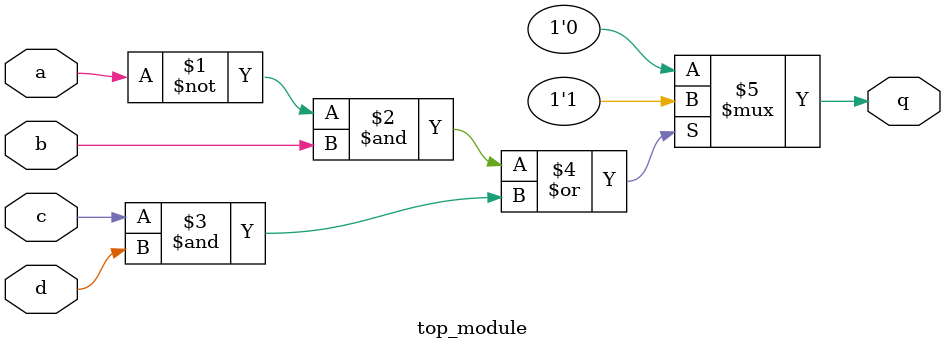
<source format=sv>
module top_module (
  input a,
  input b,
  input c,
  input d,
  output q
);

  assign q = ((~a & b) | (c & d)) ? 1'b1 : 1'b0;

endmodule

</source>
